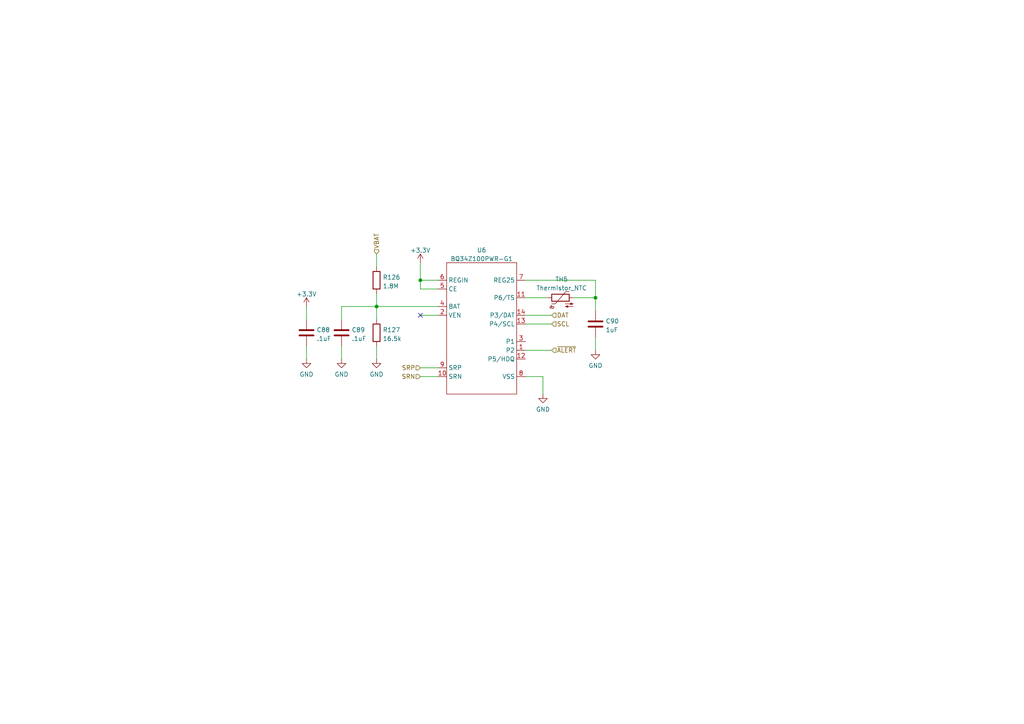
<source format=kicad_sch>
(kicad_sch (version 20211123) (generator eeschema)
  (paper "A4")
  (lib_symbols
    (symbol "BQ34Z100:BQ34Z100PWR-G1"
      (property "Reference" "U" (at 0 22.86 0))
      (property "Value" "BQ34Z100PWR-G1" (at 0 20.32 0))
      (symbol "BQ34Z100PWR-G1_0_1"
        (rectangle (start -10.16 17.78) (end 10.16 -20.32) (stroke (width 0.1524)))
      )
      (symbol "BQ34Z100PWR-G1_1_1"
        (pin output line (at 12.7 -7.62 180) (length 2.54) (name "P2") (number "1"))
        (pin input line (at -12.7 -15.24 0) (length 2.54) (name "SRN") (number "10"))
        (pin input line (at 12.7 7.62 180) (length 2.54) (name "P6/TS") (number "11"))
        (pin input line (at 12.7 -10.16 180) (length 2.54) (name "P5/HDQ") (number "12"))
        (pin input line (at 12.7 0 180) (length 2.54) (name "P4/SCL") (number "13"))
        (pin input line (at 12.7 2.54 180) (length 2.54) (name "P3/DAT") (number "14"))
        (pin output line (at -12.7 2.54 0) (length 2.54) (name "VEN") (number "2"))
        (pin output line (at 12.7 -5.08 180) (length 2.54) (name "P1") (number "3"))
        (pin input line (at -12.7 5.08 0) (length 2.54) (name "BAT") (number "4"))
        (pin input line (at -12.7 10.16 0) (length 2.54) (name "CE") (number "5"))
        (pin power_in line (at -12.7 12.7 0) (length 2.54) (name "REGIN") (number "6"))
        (pin power_out line (at 12.7 12.7 180) (length 2.54) (name "REG25") (number "7"))
        (pin input line (at 12.7 -15.24 180) (length 2.54) (name "VSS") (number "8"))
        (pin input line (at -12.7 -12.7 0) (length 2.54) (name "SRP") (number "9"))
      )
    )
    (symbol "Device:C" (pin_numbers hide) (pin_names (offset 0.254))
      (property "Reference" "C" (at 0.635 2.54 0))
      (property "Value" "C" (at 0.635 -2.54 0))
      (symbol "C_0_1"
        (polyline (pts (xy -2.032 -0.762) (xy 2.032 -0.762)) (stroke (width 0.508)))
        (polyline (pts (xy -2.032 0.762) (xy 2.032 0.762)) (stroke (width 0.508)))
      )
      (symbol "C_1_1"
        (pin passive line (at 0 3.81 270) (length 2.794) (name "~") (number "1"))
        (pin passive line (at 0 -3.81 90) (length 2.794) (name "~") (number "2"))
      )
    )
    (symbol "Device:R" (pin_numbers hide) (pin_names (offset 0))
      (property "Reference" "R" (at 2.032 0 90))
      (property "Value" "R" (at 0 0 90))
      (symbol "R_0_1"
        (rectangle (start -1.016 -2.54) (end 1.016 2.54) (stroke (width 0.254)))
      )
      (symbol "R_1_1"
        (pin passive line (at 0 3.81 270) (length 1.27) (name "~") (number "1"))
        (pin passive line (at 0 -3.81 90) (length 1.27) (name "~") (number "2"))
      )
    )
    (symbol "Device:Thermistor_NTC" (pin_numbers hide) (pin_names (offset 0))
      (property "Reference" "TH" (at -4.445 0 90))
      (property "Value" "Thermistor_NTC" (at 3.175 0 90))
      (symbol "Thermistor_NTC_0_1"
        (arc (start -3.048 2.159) (mid -3.0495 2.3143) (end -3.175 2.413))
        (arc (start -3.048 2.159) (mid -2.9736 1.9794) (end -2.794 1.905))
        (arc (start -3.048 2.794) (mid -2.9736 2.6144) (end -2.794 2.54))
        (arc (start -2.794 1.905) (mid -2.6144 1.9794) (end -2.54 2.159))
        (arc (start -2.794 2.54) (mid -2.4393 2.5587) (end -2.159 2.794))
        (arc (start -2.794 3.048) (mid -2.9736 2.9736) (end -3.048 2.794))
        (arc (start -2.54 2.794) (mid -2.6144 2.9736) (end -2.794 3.048))
        (rectangle (start -1.016 2.54) (end 1.016 -2.54) (stroke (width 0.254)))
        (polyline (pts (xy -2.54 2.159) (xy -2.54 2.794)))
        (polyline (pts (xy -1.778 2.54) (xy -1.778 1.524) (xy 1.778 -1.524) (xy 1.778 -2.54)))
        (polyline (pts (xy -2.54 -3.683) (xy -2.54 -1.397) (xy -2.794 -2.159) (xy -2.286 -2.159) (xy -2.54 -1.397) (xy -2.54 -1.651)) (fill (type outline)))
        (polyline (pts (xy -1.778 -1.397) (xy -1.778 -3.683) (xy -2.032 -2.921) (xy -1.524 -2.921) (xy -1.778 -3.683) (xy -1.778 -3.429)) (fill (type outline)))
      )
      (symbol "Thermistor_NTC_1_1"
        (pin passive line (at 0 3.81 270) (length 1.27) (name "~") (number "1"))
        (pin passive line (at 0 -3.81 90) (length 1.27) (name "~") (number "2"))
      )
    )
    (symbol "power:+3.3V" (power) (pin_names (offset 0))
      (property "Value" "+3.3V" (at 0 3.556 0))
      (symbol "+3.3V_0_1"
        (polyline (pts (xy -0.762 1.27) (xy 0 2.54)))
        (polyline (pts (xy 0 0) (xy 0 2.54)))
        (polyline (pts (xy 0 2.54) (xy 0.762 1.27)))
      )
      (symbol "+3.3V_1_1"
        (pin power_in line (at 0 0 90) (length 0) hide (name "+3.3V") (number "1"))
      )
    )
    (symbol "power:GND" (power) (pin_names (offset 0))
      (property "Value" "GND" (at 0 -3.81 0))
      (symbol "GND_0_1"
        (polyline (pts (xy 0 0) (xy 0 -1.27) (xy 1.27 -1.27) (xy 0 -2.54) (xy -1.27 -1.27) (xy 0 -1.27)))
      )
      (symbol "GND_1_1"
        (pin power_in line (at 0 0 270) (length 0) hide (name "GND") (number "1"))
      )
    )
  )
  (junction (at 121.92 81.28))
  (junction (at 172.72 86.36))
  (junction (at 109.22 88.9))
  (no_connect (at 121.92 91.44))
  (wire (pts (xy 88.9 88.9) (xy 88.9 92.71)))
  (wire (pts (xy 152.4 101.6) (xy 160.02 101.6)))
  (wire (pts (xy 88.9 100.33) (xy 88.9 104.14)))
  (wire (pts (xy 99.06 88.9) (xy 99.06 92.71)))
  (wire (pts (xy 99.06 88.9) (xy 109.22 88.9)))
  (wire (pts (xy 99.06 100.33) (xy 99.06 104.14)))
  (wire (pts (xy 172.72 86.36) (xy 166.37 86.36)))
  (wire (pts (xy 127 83.82) (xy 121.92 83.82)))
  (wire (pts (xy 172.72 81.28) (xy 172.72 86.36)))
  (wire (pts (xy 121.92 109.22) (xy 127 109.22)))
  (wire (pts (xy 152.4 81.28) (xy 172.72 81.28)))
  (wire (pts (xy 109.22 88.9) (xy 109.22 85.09)))
  (wire (pts (xy 172.72 97.79) (xy 172.72 101.6)))
  (wire (pts (xy 152.4 91.44) (xy 160.02 91.44)))
  (wire (pts (xy 109.22 100.33) (xy 109.22 104.14)))
  (wire (pts (xy 121.92 106.68) (xy 127 106.68)))
  (wire (pts (xy 158.75 86.36) (xy 152.4 86.36)))
  (wire (pts (xy 121.92 81.28) (xy 127 81.28)))
  (wire (pts (xy 157.48 109.22) (xy 157.48 114.3)))
  (wire (pts (xy 121.92 83.82) (xy 121.92 81.28)))
  (wire (pts (xy 152.4 93.98) (xy 160.02 93.98)))
  (wire (pts (xy 127 88.9) (xy 109.22 88.9)))
  (wire (pts (xy 109.22 73.66) (xy 109.22 77.47)))
  (wire (pts (xy 152.4 109.22) (xy 157.48 109.22)))
  (wire (pts (xy 109.22 88.9) (xy 109.22 92.71)))
  (wire (pts (xy 121.92 91.44) (xy 127 91.44)))
  (wire (pts (xy 172.72 86.36) (xy 172.72 90.17)))
  (wire (pts (xy 121.92 76.2) (xy 121.92 81.28)))
  (hierarchical_label "SCL" (shape input) (at 160.02 93.98 0))
  (hierarchical_label "DAT" (shape input) (at 160.02 91.44 0))
  (hierarchical_label "VBAT" (shape input) (at 109.22 73.66 90))
  (hierarchical_label "~{ALERT}" (shape input) (at 160.02 101.6 0))
  (hierarchical_label "SRN" (shape input) (at 121.92 109.22 180))
  (hierarchical_label "SRP" (shape input) (at 121.92 106.68 180))
  (symbol (lib_id "Device:R") (at 109.22 96.52 0) (unit 1)
    (property "Reference" "R127" (at 110.998 95.6853 0) (effects (justify left)))
    (property "Value" "16.5k" (at 110.998 98.2222 0) (effects (justify left)))
    (property "Footprint" "Resistor_SMD:R_0603_1608Metric" (effects hide))
  )
  (symbol (lib_id "power:GND") (at 99.06 104.14 0) (unit 1)
    (property "Reference" "#PWR017" (effects hide))
    (property "Value" "GND" (at 99.06 108.5834 0))
  )
  (symbol (lib_id "Device:C") (at 99.06 96.52 0) (unit 1)
    (property "Reference" "C89" (at 101.981 95.6853 0) (effects (justify left)))
    (property "Value" ".1uF" (at 101.981 98.2222 0) (effects (justify left)))
    (property "Footprint" "Capacitor_SMD:C_0603_1608Metric" (effects hide))
  )
  (symbol (lib_id "power:GND") (at 172.72 101.6 0) (unit 1)
    (property "Reference" "#PWR021" (effects hide))
    (property "Value" "GND" (at 172.72 106.0434 0))
  )
  (symbol (lib_id "Device:C") (at 88.9 96.52 0) (unit 1)
    (property "Reference" "C88" (at 91.821 95.6853 0) (effects (justify left)))
    (property "Value" ".1uF" (at 91.821 98.2222 0) (effects (justify left)))
    (property "Footprint" "Capacitor_SMD:C_0603_1608Metric" (effects hide))
  )
  (symbol (lib_id "power:GND") (at 88.9 104.14 0) (unit 1)
    (property "Reference" "#PWR016" (effects hide))
    (property "Value" "GND" (at 88.9 108.5834 0))
  )
  (symbol (lib_id "power:GND") (at 109.22 104.14 0) (unit 1)
    (property "Reference" "#PWR018" (effects hide))
    (property "Value" "GND" (at 109.22 108.5834 0))
  )
  (symbol (lib_id "power:GND") (at 157.48 114.3 0) (unit 1)
    (property "Reference" "#PWR020" (effects hide))
    (property "Value" "GND" (at 157.48 118.7434 0))
  )
  (symbol (lib_id "Device:C") (at 172.72 93.98 0) (unit 1)
    (property "Reference" "C90" (at 175.641 93.1453 0) (effects (justify left)))
    (property "Value" "1uF" (at 175.641 95.6822 0) (effects (justify left)))
    (property "Footprint" "Capacitor_SMD:C_0603_1608Metric" (effects hide))
  )
  (symbol (lib_id "BQ34Z100:BQ34Z100PWR-G1") (at 139.7 93.98 0) (unit 1)
    (property "Reference" "U6" (at 139.7 72.551 0))
    (property "Value" "BQ34Z100PWR-G1" (at 139.7 75.0879 0))
    (property "Footprint" "Package_SO:TSSOP-14_4.4x5mm_P0.65mm" (effects hide))
  )
  (symbol (lib_id "power:+3.3V") (at 121.92 76.2 0) (unit 1)
    (property "Reference" "#PWR019" (effects hide))
    (property "Value" "+3.3V" (at 121.92 72.6242 0))
  )
  (symbol (lib_id "Device:R") (at 109.22 81.28 0) (unit 1)
    (property "Reference" "R126" (at 110.998 80.4453 0) (effects (justify left)))
    (property "Value" "1.8M" (at 110.998 82.9822 0) (effects (justify left)))
    (property "Footprint" "Resistor_SMD:R_0603_1608Metric" (effects hide))
  )
  (symbol (lib_id "Device:Thermistor_NTC") (at 162.56 86.36 90) (unit 1)
    (property "Reference" "TH5" (at 162.8775 81.0092 90))
    (property "Value" "Thermistor_NTC" (at 162.8775 83.5461 90))
  )
  (symbol (lib_id "power:+3.3V") (at 88.9 88.9 0) (unit 1)
    (property "Reference" "#PWR015" (effects hide))
    (property "Value" "+3.3V" (at 88.9 85.3242 0))
  )
)
</source>
